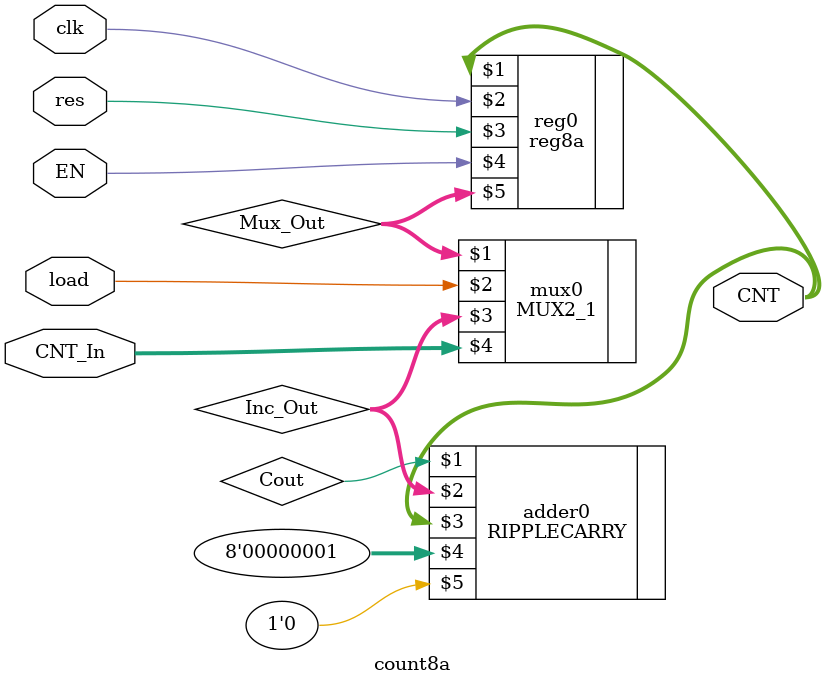
<source format=v>

`timescale 1ns/1ps
`include "combinational.v"

module count8a (
    
    output wire [7:0] CNT, 
    input wire clk, res, EN, load,
    input wire [7:0] CNT_In
    
    );

    wire [7:0] Mux_Out ;
    wire [7:0] Inc_Out;
    wire Cout;
    
    RIPPLECARRY adder0 (Cout, Inc_Out, CNT, 8'b00000001, 1'b0);

    MUX2_1 mux0 (Mux_Out, load, Inc_Out, CNT_In);

    reg8a reg0 (CNT, clk, res, EN, Mux_Out);

endmodule
</source>
